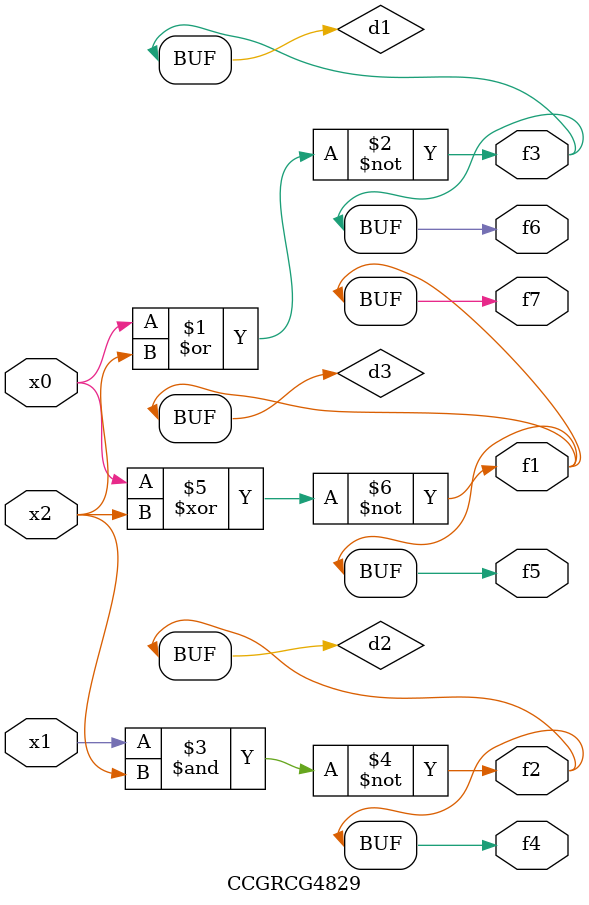
<source format=v>
module CCGRCG4829(
	input x0, x1, x2,
	output f1, f2, f3, f4, f5, f6, f7
);

	wire d1, d2, d3;

	nor (d1, x0, x2);
	nand (d2, x1, x2);
	xnor (d3, x0, x2);
	assign f1 = d3;
	assign f2 = d2;
	assign f3 = d1;
	assign f4 = d2;
	assign f5 = d3;
	assign f6 = d1;
	assign f7 = d3;
endmodule

</source>
